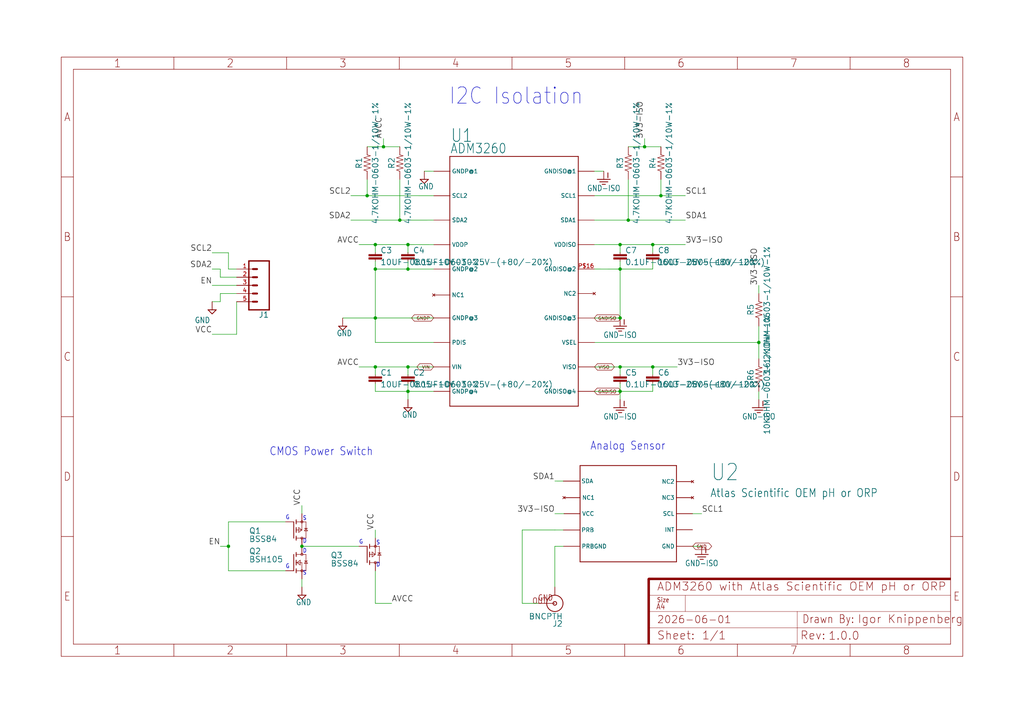
<source format=kicad_sch>
(kicad_sch (version 20231120) (generator "eeschema") (generator_version "8.0")
  (paper "User" 318.77 224.942)
  (lib_symbols
    (symbol "ADM3260_Breakout-eagle-import:0.1UF-0603-25V-(+80/-20%)"
      (property "Reference" "C" (at 1.524 2.286 0))
      (symbol "0.1UF-0603-25V-(+80/-20%)_1_0"
        (rectangle (start -2.032 0.508) (end 2.032 1.016) (fill (type outline)))
        (rectangle (start -2.032 1.524) (end 2.032 2.032) (fill (type outline)))
        (polyline (pts (xy 0 0) (xy 0 0.508)) (stroke (width 0.1524)))
        (polyline (pts (xy 0 2.54) (xy 0 2.032)) (stroke (width 0.1524)))
        (pin passive line (at 0 2.54 270) (length 0) (name "1") (number "1"))
        (pin passive line (at 0 0 90) (length 0) (name "2") (number "2"))
      )
    )
    (symbol "ADM3260_Breakout-eagle-import:10KOHM-0603-1/10W-1%"
      (property "Reference" "R" (at 0 1.524 0))
      (symbol "10KOHM-0603-1/10W-1%_1_0"
        (polyline (pts (xy -2.54 0) (xy -2.159 1.016)) (stroke (width 0.1524)))
        (polyline (pts (xy -2.159 1.016) (xy -1.524 -1.016)) (stroke (width 0.1524)))
        (polyline (pts (xy -1.524 -1.016) (xy -0.889 1.016)) (stroke (width 0.1524)))
        (polyline (pts (xy -0.889 1.016) (xy -0.254 -1.016)) (stroke (width 0.1524)))
        (polyline (pts (xy -0.254 -1.016) (xy 0.381 1.016)) (stroke (width 0.1524)))
        (polyline (pts (xy 0.381 1.016) (xy 1.016 -1.016)) (stroke (width 0.1524)))
        (polyline (pts (xy 1.016 -1.016) (xy 1.651 1.016)) (stroke (width 0.1524)))
        (polyline (pts (xy 1.651 1.016) (xy 2.286 -1.016)) (stroke (width 0.1524)))
        (polyline (pts (xy 2.286 -1.016) (xy 2.54 0)) (stroke (width 0.1524)))
        (pin passive line (at -5.08 0 0) (length 2.54) (name "1") (number "1"))
        (pin passive line (at 5.08 0 180) (length 2.54) (name "2") (number "2"))
      )
    )
    (symbol "ADM3260_Breakout-eagle-import:10UF-0805-10V-10%"
      (property "Reference" "C" (at 1.524 2.286 0))
      (symbol "10UF-0805-10V-10%_1_0"
        (rectangle (start -2.032 0.508) (end 2.032 1.016) (fill (type outline)))
        (rectangle (start -2.032 1.524) (end 2.032 2.032) (fill (type outline)))
        (polyline (pts (xy 0 0) (xy 0 0.508)) (stroke (width 0.1524)))
        (polyline (pts (xy 0 2.54) (xy 0 2.032)) (stroke (width 0.1524)))
        (pin passive line (at 0 2.54 270) (length 0) (name "1") (number "1"))
        (pin passive line (at 0 0 90) (length 0) (name "2") (number "2"))
      )
    )
    (symbol "ADM3260_Breakout-eagle-import:16.2KOHM-0603-1/10W-1%"
      (property "Reference" "R" (at 0 1.524 0))
      (symbol "16.2KOHM-0603-1/10W-1%_1_0"
        (polyline (pts (xy -2.54 0) (xy -2.159 1.016)) (stroke (width 0.1524)))
        (polyline (pts (xy -2.159 1.016) (xy -1.524 -1.016)) (stroke (width 0.1524)))
        (polyline (pts (xy -1.524 -1.016) (xy -0.889 1.016)) (stroke (width 0.1524)))
        (polyline (pts (xy -0.889 1.016) (xy -0.254 -1.016)) (stroke (width 0.1524)))
        (polyline (pts (xy -0.254 -1.016) (xy 0.381 1.016)) (stroke (width 0.1524)))
        (polyline (pts (xy 0.381 1.016) (xy 1.016 -1.016)) (stroke (width 0.1524)))
        (polyline (pts (xy 1.016 -1.016) (xy 1.651 1.016)) (stroke (width 0.1524)))
        (polyline (pts (xy 1.651 1.016) (xy 2.286 -1.016)) (stroke (width 0.1524)))
        (polyline (pts (xy 2.286 -1.016) (xy 2.54 0)) (stroke (width 0.1524)))
        (pin passive line (at -5.08 0 0) (length 2.54) (name "1") (number "1"))
        (pin passive line (at 5.08 0 180) (length 2.54) (name "2") (number "2"))
      )
    )
    (symbol "ADM3260_Breakout-eagle-import:4.7KOHM-0603-1/10W-1%"
      (property "Reference" "R" (at 0 1.524 0))
      (symbol "4.7KOHM-0603-1/10W-1%_1_0"
        (polyline (pts (xy -2.54 0) (xy -2.159 1.016)) (stroke (width 0.1524)))
        (polyline (pts (xy -2.159 1.016) (xy -1.524 -1.016)) (stroke (width 0.1524)))
        (polyline (pts (xy -1.524 -1.016) (xy -0.889 1.016)) (stroke (width 0.1524)))
        (polyline (pts (xy -0.889 1.016) (xy -0.254 -1.016)) (stroke (width 0.1524)))
        (polyline (pts (xy -0.254 -1.016) (xy 0.381 1.016)) (stroke (width 0.1524)))
        (polyline (pts (xy 0.381 1.016) (xy 1.016 -1.016)) (stroke (width 0.1524)))
        (polyline (pts (xy 1.016 -1.016) (xy 1.651 1.016)) (stroke (width 0.1524)))
        (polyline (pts (xy 1.651 1.016) (xy 2.286 -1.016)) (stroke (width 0.1524)))
        (polyline (pts (xy 2.286 -1.016) (xy 2.54 0)) (stroke (width 0.1524)))
        (pin passive line (at -5.08 0 0) (length 2.54) (name "1") (number "1"))
        (pin passive line (at 5.08 0 180) (length 2.54) (name "2") (number "2"))
      )
    )
    (symbol "ADM3260_Breakout-eagle-import:ADM3260"
      (property "Reference" "U" (at -19.746 49.542 0))
      (symbol "ADM3260_1_0"
        (polyline (pts (xy -20 -32.54) (xy -20 45.24)) (stroke (width 0.254)))
        (polyline (pts (xy -20 45.24) (xy 20 45.24)) (stroke (width 0.254)))
        (polyline (pts (xy 20 -32.54) (xy -20 -32.54)) (stroke (width 0.254)))
        (polyline (pts (xy 20 45.24) (xy 20 -32.54)) (stroke (width 0.254)))
        (pin power_in line (at -24.9571 40.6327 0) (length 5.08) (name "GNDP@1") (number "P$1"))
        (pin power_in line (at -25 -27.94 0) (length 5.08) (name "GNDP@4") (number "P$10"))
        (pin power_in line (at 24.9633 -27.9379 180) (length 5.08) (name "GNDISO@4") (number "P$11"))
        (pin power_in line (at 25.0595 -20.3253 180) (length 5.08) (name "VISO") (number "P$12"))
        (pin bidirectional line (at 25.0929 -12.7007 180) (length 5.08) (name "VSEL") (number "P$13"))
        (pin power_in line (at 24.9473 -5.0872 180) (length 5.08) (name "GNDISO@3") (number "P$14"))
        (pin no_connect line (at 24.9726 2.5331 180) (length 5.08) (name "NC2") (number "P$15"))
        (pin power_in line (at 24.984 10.1731 180) (length 5.08) (name "GNDISO@2") (number "P$16"))
        (pin power_in line (at 24.9655 17.7753 180) (length 5.08) (name "VDDISO") (number "P$17"))
        (pin bidirectional line (at 24.9752 25.4117 180) (length 5.08) (name "SDA1") (number "P$18"))
        (pin bidirectional line (at 25.0217 33.0206 180) (length 5.08) (name "SCL1") (number "P$19"))
        (pin bidirectional line (at -24.958 33.0142 0) (length 5.08) (name "SCL2") (number "P$2"))
        (pin power_in line (at 24.9703 40.6366 180) (length 5.08) (name "GNDISO@1") (number "P$20"))
        (pin bidirectional line (at -24.9709 25.4118 0) (length 5.08) (name "SDA2") (number "P$3"))
        (pin power_in line (at -24.9469 17.7624 0) (length 5.08) (name "VDDP") (number "P$4"))
        (pin power_in line (at -24.9658 10.1692 0) (length 5.08) (name "GNDP@2") (number "P$5"))
        (pin no_connect line (at -25 2.08 0) (length 5.08) (name "NC1") (number "P$6"))
        (pin power_in line (at -24.974 -5.0728 0) (length 5.08) (name "GNDP@3") (number "P$7"))
        (pin bidirectional line (at -24.9739 -12.704 0) (length 5.08) (name "PDIS") (number "P$8"))
        (pin power_in line (at -24.9958 -20.3202 0) (length 5.08) (name "VIN") (number "P$9"))
      )
    )
    (symbol "ADM3260_Breakout-eagle-import:BNCPTH"
      (property "Reference" "J" (at -2.54 5.334 0))
      (symbol "BNCPTH_1_0"
        (circle (center 0 0) (radius 0.5679) (stroke (width 0.254)))
        (circle (center 0 0) (radius 2.54) (stroke (width 0.254)))
        (text "GND" (at 0.508 -2.794 0) (effects (font (size 1.778 1.5113)) (justify left top)))
        (text "OUT" (at 2.54 0.254 0) (effects (font (size 1.778 1.5113)) (justify left bottom)))
        (pin bidirectional line (at 0 -5.08 90) (length 2.54) (name "GND") (number "GND"))
        (pin bidirectional line (at 5.08 0 180) (length 5.08) (name "OUT") (number "S"))
      )
    )
    (symbol "ADM3260_Breakout-eagle-import:BSH105"
      (property "Reference" "T" (at -11.43 2.54 0))
      (symbol "BSH105_1_0"
        (polyline (pts (xy 0 2.54) (xy 0 -2.54)) (stroke (width 0.254)))
        (polyline (pts (xy 0.762 -2.54) (xy 0.762 -3.175)) (stroke (width 0.254)))
        (polyline (pts (xy 0.762 -1.905) (xy 0.762 -2.54)) (stroke (width 0.254)))
        (polyline (pts (xy 0.762 0) (xy 0.762 -0.762)) (stroke (width 0.254)))
        (polyline (pts (xy 0.762 0) (xy 2.54 0)) (stroke (width 0.1524)))
        (polyline (pts (xy 0.762 0.762) (xy 0.762 0)) (stroke (width 0.254)))
        (polyline (pts (xy 0.762 2.54) (xy 0.762 1.905)) (stroke (width 0.254)))
        (polyline (pts (xy 0.762 2.54) (xy 3.81 2.54)) (stroke (width 0.1524)))
        (polyline (pts (xy 0.762 3.175) (xy 0.762 2.54)) (stroke (width 0.254)))
        (polyline (pts (xy 1.016 0) (xy 2.032 0.762)) (stroke (width 0.1524)))
        (polyline (pts (xy 2.032 -0.762) (xy 1.016 0)) (stroke (width 0.1524)))
        (polyline (pts (xy 2.032 0.762) (xy 2.032 -0.762)) (stroke (width 0.1524)))
        (polyline (pts (xy 2.54 -2.54) (xy 0.762 -2.54)) (stroke (width 0.1524)))
        (polyline (pts (xy 2.54 -2.54) (xy 3.81 -2.54)) (stroke (width 0.1524)))
        (polyline (pts (xy 2.54 0) (xy 2.54 -2.54)) (stroke (width 0.1524)))
        (polyline (pts (xy 3.302 -0.254) (xy 4.318 -0.254)) (stroke (width 0.1524)))
        (polyline (pts (xy 3.81 0.508) (xy 3.302 -0.254)) (stroke (width 0.1524)))
        (polyline (pts (xy 3.81 0.508) (xy 3.302 0.508)) (stroke (width 0.1524)))
        (polyline (pts (xy 3.81 0.508) (xy 3.81 -2.54)) (stroke (width 0.1524)))
        (polyline (pts (xy 3.81 2.54) (xy 3.81 0.508)) (stroke (width 0.1524)))
        (polyline (pts (xy 4.318 -0.254) (xy 3.81 0.508)) (stroke (width 0.1524)))
        (polyline (pts (xy 4.318 0.508) (xy 3.81 0.508)) (stroke (width 0.1524)))
        (circle (center 2.54 -2.54) (radius 0.3592))
        (circle (center 2.54 2.54) (radius 0.3592))
        (pin passive line (at -2.54 -2.54 0) (length 2.54) (name "G") (number "1"))
        (pin passive line (at 2.54 -5.08 90) (length 2.54) (name "S") (number "2"))
        (pin passive line (at 2.54 5.08 270) (length 2.54) (name "D") (number "3"))
      )
    )
    (symbol "ADM3260_Breakout-eagle-import:BSS84"
      (property "Reference" "T" (at -13.97 -1.27 0))
      (symbol "BSS84_1_0"
        (circle (center 0 -2.54) (radius 0.3592))
        (polyline (pts (xy -2.54 -2.54) (xy -2.54 2.54)) (stroke (width 0.254)))
        (polyline (pts (xy -1.778 -3.175) (xy -1.778 -2.54)) (stroke (width 0.254)))
        (polyline (pts (xy -1.778 -2.54) (xy -1.778 -1.905)) (stroke (width 0.254)))
        (polyline (pts (xy -1.778 -2.54) (xy 0 -2.54)) (stroke (width 0.1524)))
        (polyline (pts (xy -1.778 -0.762) (xy -1.778 0)) (stroke (width 0.254)))
        (polyline (pts (xy -1.778 0) (xy -1.778 0.762)) (stroke (width 0.254)))
        (polyline (pts (xy -1.778 0) (xy 0 0)) (stroke (width 0.1524)))
        (polyline (pts (xy -1.778 1.905) (xy -1.778 2.54)) (stroke (width 0.254)))
        (polyline (pts (xy -1.778 2.54) (xy -1.778 3.175)) (stroke (width 0.254)))
        (polyline (pts (xy -1.016 -0.762) (xy -1.016 0.762)) (stroke (width 0.1524)))
        (polyline (pts (xy -1.016 0.762) (xy 0 0)) (stroke (width 0.1524)))
        (polyline (pts (xy 0 -5.08) (xy 0 -2.54)) (stroke (width 0.1524)))
        (polyline (pts (xy 0 -2.54) (xy 1.27 -2.54)) (stroke (width 0.1524)))
        (polyline (pts (xy 0 0) (xy -1.016 -0.762)) (stroke (width 0.1524)))
        (polyline (pts (xy 0 0) (xy 0 2.54)) (stroke (width 0.1524)))
        (polyline (pts (xy 0 2.54) (xy -1.778 2.54)) (stroke (width 0.1524)))
        (polyline (pts (xy 0 2.54) (xy 1.27 2.54)) (stroke (width 0.1524)))
        (polyline (pts (xy 0.762 -0.254) (xy 1.778 -0.254)) (stroke (width 0.1524)))
        (polyline (pts (xy 1.27 0.508) (xy 0.762 -0.254)) (stroke (width 0.1524)))
        (polyline (pts (xy 1.27 0.508) (xy 0.762 0.508)) (stroke (width 0.1524)))
        (polyline (pts (xy 1.27 0.508) (xy 1.27 -2.54)) (stroke (width 0.1524)))
        (polyline (pts (xy 1.27 2.54) (xy 1.27 0.508)) (stroke (width 0.1524)))
        (polyline (pts (xy 1.778 -0.254) (xy 1.27 0.508)) (stroke (width 0.1524)))
        (polyline (pts (xy 1.778 0.508) (xy 1.27 0.508)) (stroke (width 0.1524)))
        (circle (center 0 2.54) (radius 0.3592))
        (pin passive line (at -5.08 2.54 0) (length 2.54) (name "G") (number "1"))
        (pin passive line (at 0 5.08 270) (length 2.54) (name "S") (number "2"))
        (pin passive line (at 0 -5.08 90) (length 2.54) (name "D") (number "3"))
      )
    )
    (symbol "ADM3260_Breakout-eagle-import:CONN_05LOCK_LONGPADS"
      (property "Reference" "J" (at -2.54 8.128 0))
      (symbol "CONN_05LOCK_LONGPADS_1_0"
        (polyline (pts (xy -2.54 7.62) (xy -2.54 -7.62)) (stroke (width 0.4064)))
        (polyline (pts (xy -2.54 7.62) (xy 3.81 7.62)) (stroke (width 0.4064)))
        (polyline (pts (xy 1.27 -5.08) (xy 2.54 -5.08)) (stroke (width 0.6096)))
        (polyline (pts (xy 1.27 -2.54) (xy 2.54 -2.54)) (stroke (width 0.6096)))
        (polyline (pts (xy 1.27 0) (xy 2.54 0)) (stroke (width 0.6096)))
        (polyline (pts (xy 1.27 2.54) (xy 2.54 2.54)) (stroke (width 0.6096)))
        (polyline (pts (xy 1.27 5.08) (xy 2.54 5.08)) (stroke (width 0.6096)))
        (polyline (pts (xy 3.81 -7.62) (xy -2.54 -7.62)) (stroke (width 0.4064)))
        (polyline (pts (xy 3.81 -7.62) (xy 3.81 7.62)) (stroke (width 0.4064)))
        (pin passive line (at 7.62 -5.08 180) (length 5.08) (name "1") (number "1"))
        (pin passive line (at 7.62 -2.54 180) (length 5.08) (name "2") (number "2"))
        (pin passive line (at 7.62 0 180) (length 5.08) (name "3") (number "3"))
        (pin passive line (at 7.62 2.54 180) (length 5.08) (name "4") (number "4"))
        (pin passive line (at 7.62 5.08 180) (length 5.08) (name "5") (number "5"))
      )
    )
    (symbol "ADM3260_Breakout-eagle-import:FRAME-A4L"
      (symbol "FRAME-A4L_1_0"
        (polyline (pts (xy -3.81 33.528) (xy 0 33.528)))
        (polyline (pts (xy -3.81 70.866) (xy 0 70.866)))
        (polyline (pts (xy -3.81 108.204) (xy 0 108.204)))
        (polyline (pts (xy -3.81 145.542) (xy 0 145.542)))
        (polyline (pts (xy 0 0) (xy 0 179.07)))
        (polyline (pts (xy 31.2738 -3.81) (xy 31.2738 0)))
        (polyline (pts (xy 31.2738 179.07) (xy 31.2738 182.88)))
        (polyline (pts (xy 66.3575 -3.81) (xy 66.3575 0)))
        (polyline (pts (xy 66.3575 179.07) (xy 66.3575 182.88)))
        (polyline (pts (xy 101.4413 -3.81) (xy 101.4413 0)))
        (polyline (pts (xy 101.4413 179.07) (xy 101.4413 182.88)))
        (polyline (pts (xy 136.525 -3.81) (xy 136.525 0)))
        (polyline (pts (xy 136.525 179.07) (xy 136.525 182.88)))
        (polyline (pts (xy 171.6088 -3.81) (xy 171.6088 0)))
        (polyline (pts (xy 171.6088 179.07) (xy 171.6088 182.88)))
        (polyline (pts (xy 179.07 10.16) (xy 225.29 10.16)) (stroke (width 0.1016)))
        (polyline (pts (xy 179.07 15.24) (xy 273.05 15.24)) (stroke (width 0.1016)))
        (polyline (pts (xy 179.07 19.05) (xy 179.07 20.32)) (stroke (width 0.6096)))
        (polyline (pts (xy 179.07 20.32) (xy 180.34 20.32)) (stroke (width 0.6096)))
        (polyline (pts (xy 190.492 10.16) (xy 190.492 15.24)) (stroke (width 0.1016)))
        (polyline (pts (xy 206.6925 -3.81) (xy 206.6925 0)))
        (polyline (pts (xy 206.6925 179.07) (xy 206.6925 182.88)))
        (polyline (pts (xy 225.29 -0.1) (xy 225.29 5.08)) (stroke (width 0.1016)))
        (polyline (pts (xy 225.29 5.08) (xy 179.07 5.08)) (stroke (width 0.1016)))
        (polyline (pts (xy 225.29 5.08) (xy 225.29 10.16)) (stroke (width 0.1016)))
        (polyline (pts (xy 225.29 5.08) (xy 273.05 5.08)) (stroke (width 0.1016)))
        (polyline (pts (xy 225.29 10.16) (xy 273.05 10.16)) (stroke (width 0.1016)))
        (polyline (pts (xy 241.7763 -3.81) (xy 241.7763 0)))
        (polyline (pts (xy 241.7763 179.07) (xy 241.7763 182.88)))
        (polyline (pts (xy 273.05 0) (xy 0 0)))
        (polyline (pts (xy 273.05 0) (xy 273.05 179.07)))
        (polyline (pts (xy 273.05 33.528) (xy 276.86 33.528)))
        (polyline (pts (xy 273.05 70.866) (xy 276.86 70.866)))
        (polyline (pts (xy 273.05 108.204) (xy 276.86 108.204)))
        (polyline (pts (xy 273.05 145.542) (xy 276.86 145.542)))
        (polyline (pts (xy 273.05 179.07) (xy 0 179.07)))
        (polyline (pts (xy -3.81 -3.81) (xy 276.86 -3.81) (xy 276.86 182.88) (xy -3.81 182.88) (xy -3.81 -3.81)))
        (rectangle (start 178.7652 0) (end 179.3748 20.32) (fill (type outline)))
        (rectangle (start 179.07 20.6248) (end 273.05 20.0152) (fill (type outline)))
        (text "${#}/${##}" (at 195.58 1.27 0) (effects (font (size 2.54 2.54)) (justify left bottom)))
        (text "${CNAME}" (at 181.61 16.51 0) (effects (font (size 2.54 2.54)) (justify left bottom)))
        (text "${CREVISION}" (at 234.92 1.17 0) (effects (font (size 2.54 2.54)) (justify left bottom)))
        (text "${CURRENT_DATE}" (at 181.61 6.35 0) (effects (font (size 2.286 2.286)) (justify left bottom)))
        (text "${DESIGNER}" (at 244.04 6.35 0) (effects (font (size 2.54 2.54)) (justify left bottom)))
        (text "${PROJECTNAME}" (at 194.31 11.43 0) (effects (font (size 2.54 2.54)) (justify left bottom)))
        (text "1" (at 13.7319 -1.905 0) (effects (font (size 2.54 2.286))))
        (text "1" (at 13.7319 180.975 0) (effects (font (size 2.54 2.286))))
        (text "2" (at 48.8156 -1.905 0) (effects (font (size 2.54 2.286))))
        (text "2" (at 48.8156 180.975 0) (effects (font (size 2.54 2.286))))
        (text "3" (at 83.8994 -1.905 0) (effects (font (size 2.54 2.286))))
        (text "3" (at 83.8994 180.975 0) (effects (font (size 2.54 2.286))))
        (text "4" (at 118.9831 -1.905 0) (effects (font (size 2.54 2.286))))
        (text "4" (at 118.9831 180.975 0) (effects (font (size 2.54 2.286))))
        (text "5" (at 154.0669 -1.905 0) (effects (font (size 2.54 2.286))))
        (text "5" (at 154.0669 180.975 0) (effects (font (size 2.54 2.286))))
        (text "6" (at 189.1506 -1.905 0) (effects (font (size 2.54 2.286))))
        (text "6" (at 189.1506 180.975 0) (effects (font (size 2.54 2.286))))
        (text "7" (at 224.2344 -1.905 0) (effects (font (size 2.54 2.286))))
        (text "7" (at 224.2344 180.975 0) (effects (font (size 2.54 2.286))))
        (text "8" (at 259.3181 -1.905 0) (effects (font (size 2.54 2.286))))
        (text "8" (at 259.3181 180.975 0) (effects (font (size 2.54 2.286))))
        (text "A" (at -1.905 164.211 0) (effects (font (size 2.54 2.286))))
        (text "A" (at 274.955 164.211 0) (effects (font (size 2.54 2.286))))
        (text "A4" (at 181.356 10.668 0) (effects (font (size 1.778 1.5113)) (justify left bottom)))
        (text "B" (at -1.905 126.873 0) (effects (font (size 2.54 2.286))))
        (text "B" (at 274.955 126.873 0) (effects (font (size 2.54 2.286))))
        (text "C" (at -1.905 89.535 0) (effects (font (size 2.54 2.286))))
        (text "C" (at 274.955 89.535 0) (effects (font (size 2.54 2.286))))
        (text "D" (at -1.905 52.197 0) (effects (font (size 2.54 2.286))))
        (text "D" (at 274.955 52.197 0) (effects (font (size 2.54 2.286))))
        (text "Drawn By:" (at 226.822 6.35 0) (effects (font (size 2.54 2.159)) (justify left bottom)))
        (text "E" (at -1.905 14.859 0) (effects (font (size 2.54 2.286))))
        (text "E" (at 274.955 14.859 0) (effects (font (size 2.54 2.286))))
        (text "Rev:" (at 226.16 1.27 0) (effects (font (size 2.54 2.54)) (justify left bottom)))
        (text "Sheet:" (at 181.61 1.27 0) (effects (font (size 2.54 2.54)) (justify left bottom)))
        (text "Size" (at 181.61 12.954 0) (effects (font (size 1.4224 1.209)) (justify left bottom)))
      )
    )
    (symbol "ADM3260_Breakout-eagle-import:GND" (power)
      (symbol "GND_1_0"
        (polyline (pts (xy -1.27 0) (xy 1.27 0)) (stroke (width 0.254)))
        (polyline (pts (xy 0 -1.27) (xy -1.27 0)) (stroke (width 0.254)))
        (polyline (pts (xy 1.27 0) (xy 0 -1.27)) (stroke (width 0.254)))
        (pin power_in line (at 0 2.54 270) (length 2.54) (name "GND") (number "1"))
      )
    )
    (symbol "ADM3260_Breakout-eagle-import:GND-ISO" (power)
      (symbol "GND-ISO_1_0"
        (polyline (pts (xy -2.032 0) (xy 2.032 0)) (stroke (width 0.254)))
        (polyline (pts (xy -1.27 -0.762) (xy 1.27 -0.762)) (stroke (width 0.254)))
        (polyline (pts (xy -0.508 -1.524) (xy 0.508 -1.524)) (stroke (width 0.254)))
        (polyline (pts (xy 1.27 2.032) (xy 1.27 0.508)) (stroke (width 0.254)))
        (pin power_in line (at 0 2.54 270) (length 2.54) (name "GND-ISO") (number "1"))
      )
    )
    (symbol "ADM3260_Breakout-eagle-import:PHSENSOR"
      (property "Reference" "U" (at 25.4 10.16 0))
      (symbol "PHSENSOR_1_0"
        (polyline (pts (xy -15 -15) (xy 15 -15)) (stroke (width 0.254)))
        (polyline (pts (xy -15 15) (xy -15 -15)) (stroke (width 0.254)))
        (polyline (pts (xy 15 -15) (xy 15 15)) (stroke (width 0.254)))
        (polyline (pts (xy 15 15) (xy -15 15)) (stroke (width 0.254)))
        (pin bidirectional line (at -20.2219 10.1558 0) (length 5.08) (name "SDA") (number "P$1"))
        (pin no_connect line (at 20 10 180) (length 5.08) (name "NC2") (number "P$10"))
        (pin no_connect line (at -20 5 0) (length 5.08) (name "NC1") (number "P$2"))
        (pin power_in line (at -20 0 0) (length 5.08) (name "VCC") (number "P$3"))
        (pin bidirectional line (at -20.2061 -5.0834 0) (length 5.08) (name "PRB") (number "P$4"))
        (pin bidirectional line (at -20.1404 -10.1628 0) (length 5.08) (name "PRBGND") (number "P$5"))
        (pin power_in line (at 20.0356 -10.161 180) (length 5.08) (name "GND") (number "P$6"))
        (pin bidirectional line (at 20 -5 180) (length 5.08) (name "INT") (number "P$7"))
        (pin bidirectional line (at 20 0 180) (length 5.08) (name "SCL") (number "P$8"))
        (pin no_connect line (at 20 5 180) (length 5.08) (name "NC3") (number "P$9"))
      )
    )
  )
  (junction (at 193.04 99.06))
  (junction (at 127 76.2))
  (junction (at 193.04 121.92))
  (junction (at 203.2 114.3))
  (junction (at 116.84 114.3))
  (junction (at 93.98 170.18))
  (junction (at 193.04 76.2))
  (junction (at 236.22 106.68))
  (junction (at 116.84 83.82))
  (junction (at 200.66 45.72))
  (junction (at 205.74 60.96))
  (junction (at 124.46 68.58))
  (junction (at 119.38 45.72))
  (junction (at 193.04 114.3))
  (junction (at 116.84 76.2))
  (junction (at 71.12 170.18))
  (junction (at 195.58 68.58))
  (junction (at 193.04 83.82))
  (junction (at 203.2 76.2))
  (junction (at 116.84 99.06))
  (junction (at 127 114.3))
  (junction (at 114.3 60.96))
  (junction (at 127 83.82))
  (junction (at 127 121.92))
  (wire (pts (xy 185.0417 60.9594) (xy 205.7393 60.9594)) (stroke (width 0.1524)))
  (wire (pts (xy 124.46 68.58) (xy 109.22 68.58)) (stroke (width 0.1524)))
  (wire (pts (xy 203.2 83.82) (xy 203.2 81.28)) (stroke (width 0.1524)))
  (wire (pts (xy 205.74 60.96) (xy 205.74 55.88)) (stroke (width 0.1524)))
  (wire (pts (xy 184.9673 99.0673) (xy 193.04 99.06)) (stroke (width 0.1524)))
  (wire (pts (xy 116.84 99.06) (xy 116.84 83.82)) (stroke (width 0.1524)))
  (wire (pts (xy 167.64 187.96) (xy 162.56 187.96)) (stroke (width 0.1524)))
  (wire (pts (xy 127 83.82) (xy 116.84 83.82)) (stroke (width 0.1524)))
  (wire (pts (xy 175.358 149.8642) (xy 172.72 149.86)) (stroke (width 0.1524)))
  (wire (pts (xy 135.042 106.68) (xy 116.84 106.68)) (stroke (width 0.1524)))
  (wire (pts (xy 116.84 81.28) (xy 116.84 83.82)) (stroke (width 0.1524)))
  (wire (pts (xy 195.58 68.58) (xy 213.36 68.58)) (stroke (width 0.1524)))
  (wire (pts (xy 116.84 121.92) (xy 116.84 119.38)) (stroke (width 0.1524)))
  (wire (pts (xy 184.9833 121.918) (xy 184.9854 121.92)) (stroke (width 0.1524)))
  (wire (pts (xy 205.7393 60.9594) (xy 205.74 60.96)) (stroke (width 0.1524)))
  (wire (pts (xy 127 76.2) (xy 127 78.74)) (stroke (width 0.1524)))
  (wire (pts (xy 135.0491 68.5682) (xy 124.46 68.58)) (stroke (width 0.1524)))
  (wire (pts (xy 68.58 93.98) (xy 66.04 93.98)) (stroke (width 0.1524)))
  (wire (pts (xy 124.46 45.72) (xy 119.38 45.72)) (stroke (width 0.1524)))
  (wire (pts (xy 203.2 114.3) (xy 203.2 116.84)) (stroke (width 0.1524)))
  (wire (pts (xy 73.66 104.14) (xy 66.04 104.14)) (stroke (width 0.1524)))
  (wire (pts (xy 236.22 91.44) (xy 236.22 88.9)) (stroke (width 0.1524)))
  (wire (pts (xy 135.0461 106.6841) (xy 135.042 106.68)) (stroke (width 0.1524)))
  (wire (pts (xy 236.22 106.68) (xy 236.22 111.76)) (stroke (width 0.1524)))
  (wire (pts (xy 193.04 121.92) (xy 193.04 119.38)) (stroke (width 0.1524)))
  (wire (pts (xy 73.66 86.36) (xy 68.58 86.36)) (stroke (width 0.1524)))
  (wire (pts (xy 195.58 68.58) (xy 195.58 55.88)) (stroke (width 0.1524)))
  (wire (pts (xy 116.84 106.68) (xy 116.84 99.06)) (stroke (width 0.1524)))
  (wire (pts (xy 119.38 45.72) (xy 119.38 43.18)) (stroke (width 0.1524)))
  (wire (pts (xy 114.3 60.96) (xy 109.22 60.96)) (stroke (width 0.1524)))
  (wire (pts (xy 127 76.2) (xy 116.84 76.2)) (stroke (width 0.1524)))
  (wire (pts (xy 73.66 91.44) (xy 68.58 91.44)) (stroke (width 0.1524)))
  (wire (pts (xy 172.72 182.88) (xy 172.72 170.18)) (stroke (width 0.1524)))
  (wire (pts (xy 193.04 76.2) (xy 203.2 76.2)) (stroke (width 0.1524)))
  (wire (pts (xy 162.56 165.1) (xy 172.72 165.1)) (stroke (width 0.1524)))
  (wire (pts (xy 93.98 160.02) (xy 93.98 157.48)) (stroke (width 0.1524)))
  (wire (pts (xy 200.66 45.72) (xy 205.74 45.72)) (stroke (width 0.1524)))
  (wire (pts (xy 73.66 88.9) (xy 66.04 88.9)) (stroke (width 0.1524)))
  (wire (pts (xy 203.2 114.3) (xy 210.82 114.3)) (stroke (width 0.1524)))
  (wire (pts (xy 185.0795 114.3054) (xy 193.0346 114.3054)) (stroke (width 0.1524)))
  (wire (pts (xy 116.84 76.2) (xy 116.84 78.74)) (stroke (width 0.1524)))
  (wire (pts (xy 193.04 83.82) (xy 203.2 83.82)) (stroke (width 0.1524)))
  (wire (pts (xy 203.2 76.2) (xy 213.36 76.2)) (stroke (width 0.1524)))
  (wire (pts (xy 135.02 121.92) (xy 127 121.92)) (stroke (width 0.1524)))
  (wire (pts (xy 71.12 170.18) (xy 71.12 162.56)) (stroke (width 0.1524)))
  (wire (pts (xy 162.56 187.96) (xy 162.56 165.1)) (stroke (width 0.1524)))
  (wire (pts (xy 193.04 76.2) (xy 193.04 78.74)) (stroke (width 0.1524)))
  (wire (pts (xy 114.3 60.96) (xy 114.3 55.88)) (stroke (width 0.1524)))
  (wire (pts (xy 135.0242 114.3003) (xy 127.0003 114.3003)) (stroke (width 0.1524)))
  (wire (pts (xy 127 114.3) (xy 127 116.84)) (stroke (width 0.1524)))
  (wire (pts (xy 135.0629 53.3473) (xy 132.08 53.34)) (stroke (width 0.1524)))
  (wire (pts (xy 68.58 91.44) (xy 68.58 93.98)) (stroke (width 0.1524)))
  (wire (pts (xy 215.6156 170.1811) (xy 218.44 170.18)) (stroke (width 0.1524)))
  (wire (pts (xy 185.0069 68.58) (xy 195.58 68.58)) (stroke (width 0.1524)))
  (wire (pts (xy 184.9854 121.92) (xy 193.04 121.92)) (stroke (width 0.1524)))
  (wire (pts (xy 116.84 114.3) (xy 116.84 116.84)) (stroke (width 0.1524)))
  (wire (pts (xy 193.04 99.06) (xy 193.04 83.82)) (stroke (width 0.1524)))
  (wire (pts (xy 71.12 162.56) (xy 88.9 162.56)) (stroke (width 0.1524)))
  (wire (pts (xy 236.2192 106.6808) (xy 236.22 106.68)) (stroke (width 0.1524)))
  (wire (pts (xy 119.38 45.72) (xy 114.3 45.72)) (stroke (width 0.1524)))
  (wire (pts (xy 111.76 170.18) (xy 93.98 170.18)) (stroke (width 0.1524)))
  (wire (pts (xy 193.04 114.3) (xy 193.04 116.84)) (stroke (width 0.1524)))
  (wire (pts (xy 124.46 68.58) (xy 124.46 55.88)) (stroke (width 0.1524)))
  (wire (pts (xy 93.98 182.88) (xy 93.98 180.34)) (stroke (width 0.1524)))
  (wire (pts (xy 236.22 121.92) (xy 236.22 124.46)) (stroke (width 0.1524)))
  (wire (pts (xy 185.004 83.8069) (xy 193.04 83.82)) (stroke (width 0.1524)))
  (wire (pts (xy 127 124.46) (xy 127 121.92)) (stroke (width 0.1524)))
  (wire (pts (xy 116.84 187.96) (xy 121.92 187.96)) (stroke (width 0.1524)))
  (wire (pts (xy 135.046 99.0529) (xy 116.8472 99.0529)) (stroke (width 0.1524)))
  (wire (pts (xy 205.74 60.96) (xy 213.36 60.96)) (stroke (width 0.1524)))
  (wire (pts (xy 193.04 114.3) (xy 203.2 114.3)) (stroke (width 0.1524)))
  (wire (pts (xy 175.3738 165.1034) (xy 172.72 165.1)) (stroke (width 0.1524)))
  (wire (pts (xy 73.66 83.82) (xy 71.12 83.82)) (stroke (width 0.1524)))
  (wire (pts (xy 195.58 45.72) (xy 200.66 45.72)) (stroke (width 0.1524)))
  (wire (pts (xy 135.062 60.9658) (xy 114.3 60.96)) (stroke (width 0.1524)))
  (wire (pts (xy 116.84 167.64) (xy 116.84 165.1)) (stroke (width 0.1524)))
  (wire (pts (xy 236.22 101.6) (xy 236.22 106.68)) (stroke (width 0.1524)))
  (wire (pts (xy 175.58 160.02) (xy 172.72 160.02)) (stroke (width 0.1524)))
  (wire (pts (xy 203.2 121.92) (xy 203.2 119.38)) (stroke (width 0.1524)))
  (wire (pts (xy 116.8472 99.0529) (xy 116.84 99.06)) (stroke (width 0.1524)))
  (wire (pts (xy 184.9855 76.2047) (xy 193.04 76.2)) (stroke (width 0.1524)))
  (wire (pts (xy 135.0731 76.2176) (xy 127 76.2)) (stroke (width 0.1524)))
  (wire (pts (xy 116.84 76.2) (xy 111.76 76.2)) (stroke (width 0.1524)))
  (wire (pts (xy 71.12 78.74) (xy 66.04 78.74)) (stroke (width 0.1524)))
  (wire (pts (xy 88.9 177.8) (xy 71.12 177.8)) (stroke (width 0.1524)))
  (wire (pts (xy 127.0003 114.3003) (xy 127 114.3)) (stroke (width 0.1524)))
  (wire (pts (xy 184.9903 53.3434) (xy 187.96 53.34)) (stroke (width 0.1524)))
  (wire (pts (xy 135.0542 83.8108) (xy 127.0093 83.8108)) (stroke (width 0.1524)))
  (wire (pts (xy 71.12 83.82) (xy 71.12 78.74)) (stroke (width 0.1524)))
  (wire (pts (xy 185.1129 106.6808) (xy 236.2192 106.6808)) (stroke (width 0.1524)))
  (wire (pts (xy 127 121.92) (xy 116.84 121.92)) (stroke (width 0.1524)))
  (wire (pts (xy 215.58 160.02) (xy 218.44 160.02)) (stroke (width 0.1524)))
  (wire (pts (xy 193.04 121.92) (xy 203.2 121.92)) (stroke (width 0.1524)))
  (wire (pts (xy 127 119.38) (xy 127 121.92)) (stroke (width 0.1524)))
  (wire (pts (xy 127.0093 83.8108) (xy 127 83.82)) (stroke (width 0.1524)))
  (wire (pts (xy 116.84 114.3) (xy 111.76 114.3)) (stroke (width 0.1524)))
  (wire (pts (xy 203.2 76.2) (xy 203.2 78.74)) (stroke (width 0.1524)))
  (wire (pts (xy 193.04 121.92) (xy 193.04 124.46)) (stroke (width 0.1524)))
  (wire (pts (xy 71.12 170.18) (xy 68.58 170.18)) (stroke (width 0.1524)))
  (wire (pts (xy 73.66 93.98) (xy 73.66 104.14)) (stroke (width 0.1524)))
  (wire (pts (xy 106.68 99.06) (xy 116.84 99.06)) (stroke (width 0.1524)))
  (wire (pts (xy 127 114.3) (xy 116.84 114.3)) (stroke (width 0.1524)))
  (wire (pts (xy 68.58 86.36) (xy 68.58 83.82)) (stroke (width 0.1524)))
  (wire (pts (xy 116.84 177.8) (xy 116.84 187.96)) (stroke (width 0.1524)))
  (wire (pts (xy 193.0346 114.3054) (xy 193.04 114.3)) (stroke (width 0.1524)))
  (wire (pts (xy 200.66 45.72) (xy 200.66 43.18)) (stroke (width 0.1524)))
  (wire (pts (xy 175.4395 170.1829) (xy 172.72 170.18)) (stroke (width 0.1524)))
  (wire (pts (xy 193.04 83.82) (xy 193.04 81.28)) (stroke (width 0.1524)))
  (wire (pts (xy 127 81.28) (xy 127 83.82)) (stroke (width 0.1524)))
  (wire (pts (xy 184.9952 68.5683) (xy 185.0069 68.58)) (stroke (width 0.1524)))
  (wire (pts (xy 71.12 177.8) (xy 71.12 170.18)) (stroke (width 0.1524)))
  (wire (pts (xy 68.58 83.82) (xy 66.04 83.82)) (stroke (width 0.1524)))
  (text "S" (at 94.234 179.324 0) (effects (font (size 1.27 1.0795)) (justify left bottom)))
  (text "S" (at 117.094 169.926 0) (effects (font (size 1.27 1.0795)) (justify left bottom)))
  (text "D" (at 117.094 176.784 0) (effects (font (size 1.27 1.0795)) (justify left bottom)))
  (text "G" (at 88.9 162.052 0) (effects (font (size 1.27 1.0795)) (justify left bottom)))
  (text "G" (at 88.9 177.292 0) (effects (font (size 1.27 1.0795)) (justify left bottom)))
  (text "Analog Sensor" (at 183.6919 140.5133 0) (effects (font (size 2.54 2.159)) (justify left bottom)))
  (text "D" (at 94.234 172.466 0) (effects (font (size 1.27 1.0795)) (justify left bottom)))
  (text "I2C Isolation" (at 139.7 33.02 0) (effects (font (size 5.08 4.318)) (justify left bottom)))
  (text "D" (at 94.234 169.418 0) (effects (font (size 1.27 1.0795)) (justify left bottom)))
  (text "S" (at 94.234 162.306 0) (effects (font (size 1.27 1.0795)) (justify left bottom)))
  (text "CMOS Power Switch" (at 83.82 142.24 0) (effects (font (size 2.54 2.159)) (justify left bottom)))
  (text "G" (at 111.76 169.672 0) (effects (font (size 1.27 1.0795)) (justify left bottom)))
  (label "AVCC" (at 119.38 43.18 90) (effects (font (size 1.778 1.778))))
  (label "AVCC" (at 111.76 76.2 180) (effects (font (size 1.778 1.778))))
  (label "EN" (at 68.58 170.18 180) (effects (font (size 1.778 1.778))))
  (label "SCL1" (at 213.36 60.96 0) (effects (font (size 1.778 1.778))))
  (label "3V3-ISO" (at 172.72 160.02 180) (effects (font (size 1.778 1.778))))
  (label "VCC" (at 66.04 104.14 180) (effects (font (size 1.778 1.778))))
  (label "EN" (at 66.04 88.9 180) (effects (font (size 1.778 1.778))))
  (label "SDA1" (at 213.36 68.58 0) (effects (font (size 1.778 1.778))))
  (label "AVCC" (at 121.92 187.96 0) (effects (font (size 1.778 1.778))))
  (label "SCL1" (at 218.44 160.02 0) (effects (font (size 1.778 1.778))))
  (label "VCC" (at 93.98 157.48 90) (effects (font (size 1.778 1.778))))
  (label "SDA1" (at 172.72 149.86 180) (effects (font (size 1.778 1.778))))
  (label "VCC" (at 116.84 165.1 90) (effects (font (size 1.778 1.778))))
  (label "SDA2" (at 109.22 68.58 180) (effects (font (size 1.778 1.778))))
  (label "SCL2" (at 66.04 78.74 180) (effects (font (size 1.778 1.778))))
  (label "AVCC" (at 111.76 114.3 180) (effects (font (size 1.778 1.778))))
  (label "3V3-ISO" (at 210.82 114.3 0) (effects (font (size 1.778 1.778))))
  (label "SCL2" (at 109.22 60.96 180) (effects (font (size 1.778 1.778))))
  (label "SDA2" (at 66.04 83.82 180) (effects (font (size 1.778 1.778))))
  (label "3V3-ISO" (at 200.66 43.18 90) (effects (font (size 1.778 1.778))))
  (label "3V3-ISO" (at 213.36 76.2 0) (effects (font (size 1.778 1.778))))
  (label "3V3-ISO" (at 236.22 88.9 90) (effects (font (size 1.778 1.778))))
  (global_label "GNDISO" (shape bidirectional) (at 184.9833 121.9179 0) (effects (font (size 1.016 1.016))) (property "Intersheetrefs" "${INTERSHEET_REFS}" (effects (hide yes))))
  (global_label "GNDISO" (shape bidirectional) (at 184.9673 99.0672 0) (effects (font (size 1.016 1.016))) (property "Intersheetrefs" "${INTERSHEET_REFS}" (effects (hide yes))))
  (global_label "GNDP" (shape bidirectional) (at 135.046 99.0528 180) (effects (font (size 1.016 1.016))) (property "Intersheetrefs" "${INTERSHEET_REFS}" (effects (hide yes))))
  (global_label "GND" (shape bidirectional) (at 215.6156 170.181 0) (effects (font (size 1.016 1.016))) (property "Intersheetrefs" "${INTERSHEET_REFS}" (effects (hide yes))))
  (global_label "VISO" (shape bidirectional) (at 185.0795 114.3053 0) (effects (font (size 1.016 1.016))) (property "Intersheetrefs" "${INTERSHEET_REFS}" (effects (hide yes))))
  (global_label "VIN" (shape bidirectional) (at 135.0242 114.3002 180) (effects (font (size 1.016 1.016))) (property "Intersheetrefs" "${INTERSHEET_REFS}" (effects (hide yes))))
  (symbol (lib_id "ADM3260_Breakout-eagle-import:GND") (at 66.04 96.52 0) (unit 1)
    (property "Reference" "#SUPPLY4" (effects (hide yes)))
    (property "Value" "GND" (at 60.579 100.711 0) (effects (font (size 1.778 1.5113)) (justify left bottom)))
  )
  (symbol (lib_id "ADM3260_Breakout-eagle-import:BNCPTH") (at 172.72 187.96 180) (unit 1)
    (property "Reference" "J2" (at 175.26 193.294 0) (effects (font (size 1.778 1.778)) (justify left bottom)))
    (property "Value" "BNCPTH" (at 175.26 191.008 0) (effects (font (size 1.778 1.778)) (justify left bottom)))
    (property "Footprint" "ADM3260_Breakout:BNC" (effects (hide yes)))
  )
  (symbol (lib_id "ADM3260_Breakout-eagle-import:BSS84") (at 116.84 172.72 0) (unit 1)
    (property "Reference" "Q3" (at 102.87 173.99 0) (effects (font (size 1.778 1.778)) (justify left bottom)))
    (property "Value" "BSS84" (at 102.87 176.53 0) (effects (font (size 1.778 1.778)) (justify left bottom)))
    (property "Footprint" "ADM3260_Breakout:SOT23" (effects (hide yes)))
  )
  (symbol (lib_id "ADM3260_Breakout-eagle-import:BSH105") (at 91.44 175.26 0) (unit 1)
    (property "Reference" "Q2" (at 77.47 172.72 0) (effects (font (size 1.778 1.778)) (justify left bottom)))
    (property "Value" "BSH105" (at 77.47 175.26 0) (effects (font (size 1.778 1.778)) (justify left bottom)))
    (property "Footprint" "ADM3260_Breakout:SOT23" (effects (hide yes)))
  )
  (symbol (lib_id "ADM3260_Breakout-eagle-import:GND") (at 132.08 55.88 0) (unit 1)
    (property "Reference" "#SUPPLY5" (effects (hide yes)))
    (property "Value" "GND" (at 130.175 59.055 0) (effects (font (size 1.778 1.5113)) (justify left bottom)))
  )
  (symbol (lib_id "ADM3260_Breakout-eagle-import:4.7KOHM-0603-1/10W-1%") (at 205.74 50.8 90) (unit 1)
    (property "Reference" "R4" (at 204.216 50.8 0) (effects (font (size 1.778 1.778)) (justify bottom)))
    (property "Value" "4.7KOHM-0603-1/10W-1%" (at 207.264 50.8 0) (effects (font (size 1.778 1.778)) (justify top)))
    (property "Footprint" "ADM3260_Breakout:0603" (effects (hide yes)))
  )
  (symbol (lib_id "ADM3260_Breakout-eagle-import:GND-ISO") (at 193.04 101.6 0) (unit 1)
    (property "Reference" "#GND-ISO3" (effects (hide yes)))
    (property "Value" "GND-ISO" (at 193.04 103.378 0) (effects (font (size 1.778 1.5113)) (justify top)))
  )
  (symbol (lib_id "ADM3260_Breakout-eagle-import:GND-ISO") (at 218.44 172.72 0) (unit 1)
    (property "Reference" "#GND-ISO5" (effects (hide yes)))
    (property "Value" "GND-ISO" (at 218.44 174.498 0) (effects (font (size 1.778 1.5113)) (justify top)))
  )
  (symbol (lib_id "ADM3260_Breakout-eagle-import:10KOHM-0603-1/10W-1%") (at 236.22 116.84 90) (unit 1)
    (property "Reference" "R6" (at 234.696 116.84 0) (effects (font (size 1.778 1.778)) (justify bottom)))
    (property "Value" "10KOHM-0603-1/10W-1%" (at 237.744 116.84 0) (effects (font (size 1.778 1.778)) (justify top)))
    (property "Footprint" "ADM3260_Breakout:0603" (effects (hide yes)))
  )
  (symbol (lib_id "ADM3260_Breakout-eagle-import:CONN_05LOCK_LONGPADS") (at 81.28 88.9 180) (unit 1)
    (property "Reference" "J1" (at 83.82 97.028 0) (effects (font (size 1.778 1.778)) (justify left bottom)))
    (property "Value" "CONN_05LOCK_LONGPADS" (effects (hide yes)))
    (property "Footprint" "ADM3260_Breakout:1X05_LOCK_LONGPADS" (effects (hide yes)))
  )
  (symbol (lib_id "ADM3260_Breakout-eagle-import:4.7KOHM-0603-1/10W-1%") (at 195.58 50.8 90) (unit 1)
    (property "Reference" "R3" (at 194.056 50.8 0) (effects (font (size 1.778 1.778)) (justify bottom)))
    (property "Value" "4.7KOHM-0603-1/10W-1%" (at 197.104 50.8 0) (effects (font (size 1.778 1.778)) (justify top)))
    (property "Footprint" "ADM3260_Breakout:0603" (effects (hide yes)))
  )
  (symbol (lib_id "ADM3260_Breakout-eagle-import:GND") (at 127 127 0) (unit 1)
    (property "Reference" "#SUPPLY2" (effects (hide yes)))
    (property "Value" "GND" (at 125.095 130.175 0) (effects (font (size 1.778 1.5113)) (justify left bottom)))
  )
  (symbol (lib_id "ADM3260_Breakout-eagle-import:BSS84") (at 93.98 165.1 0) (unit 1)
    (property "Reference" "Q1" (at 77.47 166.37 0) (effects (font (size 1.778 1.778)) (justify left bottom)))
    (property "Value" "BSS84" (at 77.47 168.91 0) (effects (font (size 1.778 1.778)) (justify left bottom)))
    (property "Footprint" "ADM3260_Breakout:SOT23" (effects (hide yes)))
  )
  (symbol (lib_id "ADM3260_Breakout-eagle-import:GND-ISO") (at 187.96 55.88 0) (unit 1)
    (property "Reference" "#GND-ISO1" (effects (hide yes)))
    (property "Value" "GND-ISO" (at 187.96 57.658 0) (effects (font (size 1.778 1.5113)) (justify top)))
  )
  (symbol (lib_id "ADM3260_Breakout-eagle-import:4.7KOHM-0603-1/10W-1%") (at 124.46 50.8 90) (unit 1)
    (property "Reference" "R2" (at 122.936 50.8 0) (effects (font (size 1.778 1.778)) (justify bottom)))
    (property "Value" "4.7KOHM-0603-1/10W-1%" (at 125.984 50.8 0) (effects (font (size 1.778 1.778)) (justify top)))
    (property "Footprint" "ADM3260_Breakout:0603" (effects (hide yes)))
  )
  (symbol (lib_id "ADM3260_Breakout-eagle-import:0.1UF-0603-25V-(+80/-20%)") (at 193.04 119.38 0) (unit 1)
    (property "Reference" "C5" (at 194.564 117.094 0) (effects (font (size 1.778 1.778)) (justify left bottom)))
    (property "Value" "0.1UF-0603-25V-(+80/-20%)" (at 194.564 120.777 0) (effects (font (size 1.778 1.778)) (justify left bottom)))
    (property "Footprint" "ADM3260_Breakout:0603" (effects (hide yes)))
  )
  (symbol (lib_id "ADM3260_Breakout-eagle-import:PHSENSOR") (at 195.58 160.02 0) (unit 1)
    (property "Reference" "U2" (at 220.98 149.86 0) (effects (font (size 5.08 4.318)) (justify left bottom)))
    (property "Value" "Atlas Scientific OEM pH or ORP" (at 220.98 154.94 0) (effects (font (size 2.54 2.159)) (justify left bottom)))
    (property "Footprint" "ADM3260_Breakout:PHSENSOR" (effects (hide yes)))
  )
  (symbol (lib_id "ADM3260_Breakout-eagle-import:FRAME-A4L") (at 22.86 200.66 0) (unit 1)
    (property "Reference" "#FRAME1" (effects (hide yes)))
    (property "Value" "FRAME-A4L" (effects (hide yes)))
    (property "CNAME" "ADM3260 with Atlas Scientific OEM pH or ORP" (effects (hide yes)))
    (property "CREVISION" "1.0.0" (effects (hide yes)))
    (property "DESIGNER" "Igor Knippenberg" (effects (hide yes)))
  )
  (symbol (lib_id "ADM3260_Breakout-eagle-import:10UF-0805-10V-10%") (at 116.84 119.38 0) (unit 1)
    (property "Reference" "C1" (at 118.364 117.094 0) (effects (font (size 1.778 1.778)) (justify left bottom)))
    (property "Value" "10UF-0805-10V-10%" (at 118.364 120.777 0) (effects (font (size 1.778 1.778)) (justify left bottom)))
    (property "Footprint" "ADM3260_Breakout:0805" (effects (hide yes)))
  )
  (symbol (lib_id "ADM3260_Breakout-eagle-import:4.7KOHM-0603-1/10W-1%") (at 114.3 50.8 90) (unit 1)
    (property "Reference" "R1" (at 112.776 50.8 0) (effects (font (size 1.778 1.778)) (justify bottom)))
    (property "Value" "4.7KOHM-0603-1/10W-1%" (at 115.824 50.8 0) (effects (font (size 1.778 1.778)) (justify top)))
    (property "Footprint" "ADM3260_Breakout:0603" (effects (hide yes)))
  )
  (symbol (lib_id "ADM3260_Breakout-eagle-import:10UF-0805-10V-10%") (at 116.84 81.28 0) (unit 1)
    (property "Reference" "C3" (at 118.364 78.994 0) (effects (font (size 1.778 1.778)) (justify left bottom)))
    (property "Value" "10UF-0805-10V-10%" (at 118.364 82.677 0) (effects (font (size 1.778 1.778)) (justify left bottom)))
    (property "Footprint" "ADM3260_Breakout:0805" (effects (hide yes)))
  )
  (symbol (lib_id "ADM3260_Breakout-eagle-import:10UF-0805-10V-10%") (at 203.2 119.38 0) (unit 1)
    (property "Reference" "C6" (at 204.724 117.094 0) (effects (font (size 1.778 1.778)) (justify left bottom)))
    (property "Value" "10UF-0805-10V-10%" (at 204.724 120.777 0) (effects (font (size 1.778 1.778)) (justify left bottom)))
    (property "Footprint" "ADM3260_Breakout:0805" (effects (hide yes)))
  )
  (symbol (lib_id "ADM3260_Breakout-eagle-import:ADM3260") (at 160.02 93.98 0) (unit 1)
    (property "Reference" "U1" (at 140.0485 44.3771 0) (effects (font (size 4 3.4)) (justify left bottom)))
    (property "Value" "ADM3260" (at 140.0485 47.8771 0) (effects (font (size 3 2.55)) (justify left bottom)))
    (property "Footprint" "ADM3260_Breakout:ADM3260" (effects (hide yes)))
  )
  (symbol (lib_id "ADM3260_Breakout-eagle-import:0.1UF-0603-25V-(+80/-20%)") (at 127 119.38 0) (unit 1)
    (property "Reference" "C2" (at 128.524 117.094 0) (effects (font (size 1.778 1.778)) (justify left bottom)))
    (property "Value" "0.1UF-0603-25V-(+80/-20%)" (at 128.524 120.777 0) (effects (font (size 1.778 1.778)) (justify left bottom)))
    (property "Footprint" "ADM3260_Breakout:0603" (effects (hide yes)))
  )
  (symbol (lib_id "ADM3260_Breakout-eagle-import:GND") (at 93.98 185.42 0) (unit 1)
    (property "Reference" "#SUPPLY1" (effects (hide yes)))
    (property "Value" "GND" (at 92.075 188.595 0) (effects (font (size 1.778 1.5113)) (justify left bottom)))
  )
  (symbol (lib_id "ADM3260_Breakout-eagle-import:GND-ISO") (at 236.22 127 0) (unit 1)
    (property "Reference" "#GND-ISO4" (effects (hide yes)))
    (property "Value" "GND-ISO" (at 236.22 128.778 0) (effects (font (size 1.778 1.5113)) (justify top)))
  )
  (symbol (lib_id "ADM3260_Breakout-eagle-import:16.2KOHM-0603-1/10W-1%") (at 236.22 96.52 90) (unit 1)
    (property "Reference" "R5" (at 234.696 96.52 0) (effects (font (size 1.778 1.778)) (justify bottom)))
    (property "Value" "16.2KOHM-0603-1/10W-1%" (at 237.744 96.52 0) (effects (font (size 1.778 1.778)) (justify top)))
    (property "Footprint" "ADM3260_Breakout:0603" (effects (hide yes)))
  )
  (symbol (lib_id "ADM3260_Breakout-eagle-import:GND") (at 106.68 101.6 0) (unit 1)
    (property "Reference" "#SUPPLY3" (effects (hide yes)))
    (property "Value" "GND" (at 104.775 104.775 0) (effects (font (size 1.778 1.5113)) (justify left bottom)))
  )
  (symbol (lib_id "ADM3260_Breakout-eagle-import:0.1UF-0603-25V-(+80/-20%)") (at 193.04 81.28 0) (unit 1)
    (property "Reference" "C7" (at 194.564 78.994 0) (effects (font (size 1.778 1.778)) (justify left bottom)))
    (property "Value" "0.1UF-0603-25V-(+80/-20%)" (at 194.564 82.677 0) (effects (font (size 1.778 1.778)) (justify left bottom)))
    (property "Footprint" "ADM3260_Breakout:0603" (effects (hide yes)))
  )
  (symbol (lib_id "ADM3260_Breakout-eagle-import:10UF-0805-10V-10%") (at 203.2 81.28 0) (unit 1)
    (property "Reference" "C8" (at 204.724 78.994 0) (effects (font (size 1.778 1.778)) (justify left bottom)))
    (property "Value" "10UF-0805-10V-10%" (at 204.724 82.677 0) (effects (font (size 1.778 1.778)) (justify left bottom)))
    (property "Footprint" "ADM3260_Breakout:0805" (effects (hide yes)))
  )
  (symbol (lib_id "ADM3260_Breakout-eagle-import:0.1UF-0603-25V-(+80/-20%)") (at 127 81.28 0) (unit 1)
    (property "Reference" "C4" (at 128.524 78.994 0) (effects (font (size 1.778 1.778)) (justify left bottom)))
    (property "Value" "0.1UF-0603-25V-(+80/-20%)" (at 128.524 82.677 0) (effects (font (size 1.778 1.778)) (justify left bottom)))
    (property "Footprint" "ADM3260_Breakout:0603" (effects (hide yes)))
  )
  (symbol (lib_id "ADM3260_Breakout-eagle-import:GND-ISO") (at 193.04 127 0) (unit 1)
    (property "Reference" "#GND-ISO2" (effects (hide yes)))
    (property "Value" "GND-ISO" (at 193.04 128.778 0) (effects (font (size 1.778 1.5113)) (justify top)))
  )
)
</source>
